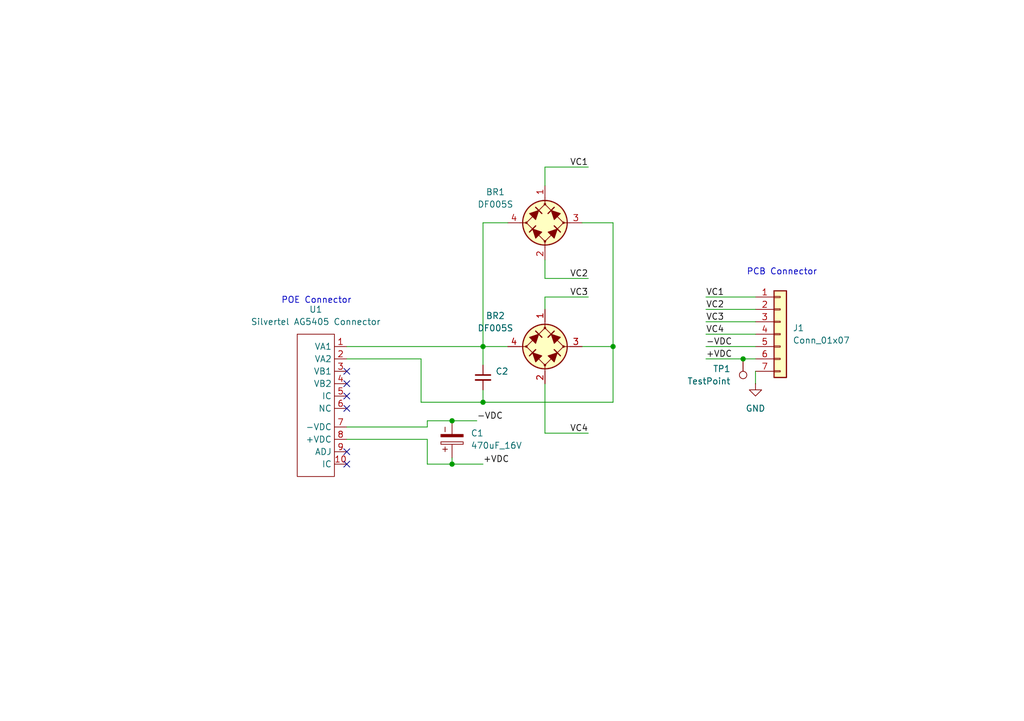
<source format=kicad_sch>
(kicad_sch (version 20231120) (generator "eeschema") (generator_version "8.0")
  (paper "A5")
  (lib_symbols
    (symbol "Connector:TestPoint" (pin_numbers hide) (pin_names (offset 0.762) hide)
      (property "Reference" "TP" (at 0 6.858 0))
      (property "Value" "TestPoint" (at 0 5.08 0))
      (symbol "TestPoint_0_1"
        (circle (center 0 3.302) (radius 0.762))
      )
      (symbol "TestPoint_1_1"
        (pin passive line (at 0 0 90) (length 2.54) (name "1") (number "1"))
      )
    )
    (symbol "Connector_Generic:Conn_01x07" (pin_names (offset 1.016) hide)
      (property "Reference" "J" (at 0 10.16 0))
      (property "Value" "Conn_01x07" (at 0 -10.16 0))
      (symbol "Conn_01x07_1_1"
        (rectangle (start -1.27 -7.493) (end 0 -7.747) (stroke (width 0.1524)))
        (rectangle (start -1.27 -4.953) (end 0 -5.207) (stroke (width 0.1524)))
        (rectangle (start -1.27 -2.413) (end 0 -2.667) (stroke (width 0.1524)))
        (rectangle (start -1.27 0.127) (end 0 -0.127) (stroke (width 0.1524)))
        (rectangle (start -1.27 2.667) (end 0 2.413) (stroke (width 0.1524)))
        (rectangle (start -1.27 5.207) (end 0 4.953) (stroke (width 0.1524)))
        (rectangle (start -1.27 7.747) (end 0 7.493) (stroke (width 0.1524)))
        (rectangle (start -1.27 8.89) (end 1.27 -8.89) (stroke (width 0.254)) (fill (type background)))
        (pin passive line (at -5.08 7.62 0) (length 3.81) (name "Pin_1") (number "1"))
        (pin passive line (at -5.08 5.08 0) (length 3.81) (name "Pin_2") (number "2"))
        (pin passive line (at -5.08 2.54 0) (length 3.81) (name "Pin_3") (number "3"))
        (pin passive line (at -5.08 0 0) (length 3.81) (name "Pin_4") (number "4"))
        (pin passive line (at -5.08 -2.54 0) (length 3.81) (name "Pin_5") (number "5"))
        (pin passive line (at -5.08 -5.08 0) (length 3.81) (name "Pin_6") (number "6"))
        (pin passive line (at -5.08 -7.62 0) (length 3.81) (name "Pin_7") (number "7"))
      )
    )
    (symbol "PCM_4ms_Capacitor:10nF_0603_25V" (pin_numbers hide) (pin_names (offset 0.254) hide)
      (property "Reference" "C" (at 1.905 1.27 0))
      (property "Display" "10nF" (at 1.905 -1.27 0))
      (symbol "10nF_0603_25V_0_1"
        (polyline (pts (xy -1.524 -0.508) (xy 1.524 -0.508)) (stroke (width 0.3302)))
        (polyline (pts (xy -1.524 0.508) (xy 1.524 0.508)) (stroke (width 0.3048)))
      )
      (symbol "10nF_0603_25V_1_1"
        (pin passive line (at 0 2.54 270) (length 2.032) (name "~") (number "1"))
        (pin passive line (at 0 -2.54 90) (length 2.032) (name "~") (number "2"))
      )
    )
    (symbol "PCM_Diode_Bridge_AKL:DF005S" (pin_names (offset 1.016) hide)
      (property "Reference" "D" (at 5.08 7.62 0))
      (property "Value" "DF005S" (at 5.08 5.08 0))
      (symbol "DF005S_0_1"
        (circle (center -3.81 0) (radius 0.1778) (fill (type outline)))
        (polyline (pts (xy -5.08 0) (xy -3.81 0)))
        (polyline (pts (xy -1.905 -0.635) (xy -3.175 -1.905)) (stroke (width 0.254)))
        (polyline (pts (xy -1.905 3.175) (xy -0.635 1.905)) (stroke (width 0.254)))
        (polyline (pts (xy 0 -5.08) (xy 0 -3.81)))
        (polyline (pts (xy 0 5.08) (xy 0 3.81)))
        (polyline (pts (xy 1.905 3.175) (xy 0.635 1.905)) (stroke (width 0.254)))
        (polyline (pts (xy 3.175 -1.905) (xy 1.905 -0.635)) (stroke (width 0.254)))
        (polyline (pts (xy 5.08 0) (xy 3.81 0)))
        (polyline (pts (xy -2.54 -1.27) (xy -1.905 -3.175) (xy -0.635 -1.905) (xy -2.54 -1.27)) (fill (type outline)))
        (polyline (pts (xy -1.27 2.54) (xy -1.905 0.635) (xy -3.175 1.905) (xy -1.27 2.54)) (fill (type outline)))
        (polyline (pts (xy 1.27 2.54) (xy 3.175 1.905) (xy 1.905 0.635) (xy 1.27 2.54)) (fill (type outline)))
        (polyline (pts (xy 2.54 -1.27) (xy 0.635 -1.905) (xy 1.905 -3.175) (xy 2.54 -1.27)) (fill (type outline)))
        (polyline (pts (xy 0 3.81) (xy -3.81 0) (xy 0 -3.81) (xy 3.81 0) (xy 0 3.81)))
        (circle (center 0 0) (radius 4.572) (stroke (width 0.254)) (fill (type background)))
      )
      (symbol "DF005S_1_1"
        (circle (center 0 -3.81) (radius 0.1778) (fill (type outline)))
        (circle (center 0 3.81) (radius 0.1778) (fill (type outline)))
        (circle (center 3.81 0) (radius 0.1778) (fill (type outline)))
        (pin passive line (at 0 7.62 270) (length 2.54) (name "+") (number "1"))
        (pin passive line (at 0 -7.62 90) (length 2.54) (name "-") (number "2"))
        (pin passive line (at -7.62 0 0) (length 2.54) (name "1") (number "3"))
        (pin passive line (at 7.62 0 180) (length 2.54) (name "2") (number "4"))
      )
    )
    (symbol "PCM_SL_Capacitors:470uF_16V"
      (property "Reference" "C" (at 0 7.62 0))
      (property "Value" "470uF_16V" (at 0 5.08 0))
      (symbol "470uF_16V_0_0"
        (text "+" (at -2.032 1.524 0) (effects (font (size 1.27 1.27))))
        (text "-" (at 2.032 1.524 0) (effects (font (size 1.27 1.27))))
      )
      (symbol "470uF_16V_0_1"
        (rectangle (start -1.016 -2.286) (end -0.508 2.286))
        (rectangle (start 0.508 -2.286) (end 1.016 2.286) (fill (type outline)))
      )
      (symbol "470uF_16V_1_1"
        (pin passive line (at -3.81 0 0) (length 2.7) (name "~") (number "1"))
        (pin input line (at 3.81 0 180) (length 2.7) (name "~") (number "2"))
      )
    )
    (symbol "POE:AG5405"
      (property "Reference" "U" (at 0 0 0))
      (property "Value" "Silvertel AG5405 Connector" (at 0 0 0))
      (symbol "AG5405_0_1"
        (rectangle (start -3.81 30.48) (end 3.81 1.27))
      )
      (symbol "AG5405_1_0"
        (pin input line (at 6.35 27.94 180) (length 2.54) (name "VA1") (number "1"))
        (pin input line (at 6.35 3.81 180) (length 2.54) (name "IC") (number "10"))
        (pin input line (at 6.35 25.4 180) (length 2.54) (name "VA2") (number "2"))
        (pin input line (at 6.35 22.86 180) (length 2.54) (name "VB1") (number "3"))
        (pin input line (at 6.35 20.32 180) (length 2.54) (name "VB2") (number "4"))
        (pin input line (at 6.35 17.78 180) (length 2.54) (name "IC") (number "5"))
        (pin input line (at 6.35 15.24 180) (length 2.54) (name "NC") (number "6"))
        (pin input line (at 6.35 11.43 180) (length 2.54) (name "-VDC") (number "7"))
        (pin input line (at 6.35 8.89 180) (length 2.54) (name "+VDC") (number "8"))
        (pin input line (at 6.35 6.35 180) (length 2.54) (name "ADJ") (number "9"))
      )
    )
    (symbol "power:GND" (power) (pin_numbers hide) (pin_names (offset 0) hide)
      (property "Value" "GND" (at 0 -3.81 0))
      (symbol "GND_0_1"
        (polyline (pts (xy 0 0) (xy 0 -1.27) (xy 1.27 -1.27) (xy 0 -2.54) (xy -1.27 -1.27) (xy 0 -1.27)))
      )
      (symbol "GND_1_1"
        (pin power_in line (at 0 0 270) (length 0) (name "~") (number "1"))
      )
    )
  )
  (junction (at 152.4 73.66))
  (junction (at 92.71 86.36))
  (junction (at 99.06 71.12))
  (junction (at 99.06 82.55))
  (junction (at 125.73 71.12))
  (junction (at 92.71 95.25))
  (no_connect (at 71.12 95.25))
  (no_connect (at 71.12 81.28))
  (no_connect (at 71.12 92.71))
  (no_connect (at 71.12 76.2))
  (no_connect (at 71.12 83.82))
  (no_connect (at 71.12 78.74))
  (wire (pts (xy 99.06 95.25) (xy 92.71 95.25)))
  (wire (pts (xy 125.73 71.12) (xy 125.73 82.55)))
  (wire (pts (xy 87.63 87.63) (xy 71.12 87.63)))
  (wire (pts (xy 111.76 53.34) (xy 111.76 57.15)))
  (wire (pts (xy 120.65 34.29) (xy 111.76 34.29)))
  (wire (pts (xy 87.63 87.63) (xy 87.63 86.36)))
  (wire (pts (xy 144.78 71.12) (xy 154.94 71.12)))
  (wire (pts (xy 99.06 80.01) (xy 99.06 82.55)))
  (wire (pts (xy 144.78 66.04) (xy 154.94 66.04)))
  (wire (pts (xy 99.06 71.12) (xy 104.14 71.12)))
  (wire (pts (xy 92.71 95.25) (xy 92.71 93.98)))
  (wire (pts (xy 152.4 73.66) (xy 154.94 73.66)))
  (wire (pts (xy 87.63 95.25) (xy 87.63 90.17)))
  (wire (pts (xy 87.63 86.36) (xy 92.71 86.36)))
  (wire (pts (xy 111.76 34.29) (xy 111.76 38.1)))
  (wire (pts (xy 144.78 60.96) (xy 154.94 60.96)))
  (wire (pts (xy 154.94 76.2) (xy 154.94 78.74)))
  (wire (pts (xy 71.12 71.12) (xy 99.06 71.12)))
  (wire (pts (xy 86.36 73.66) (xy 86.36 82.55)))
  (wire (pts (xy 144.78 63.5) (xy 154.94 63.5)))
  (wire (pts (xy 99.06 45.72) (xy 99.06 71.12)))
  (wire (pts (xy 120.65 60.96) (xy 111.76 60.96)))
  (wire (pts (xy 111.76 60.96) (xy 111.76 63.5)))
  (wire (pts (xy 92.71 95.25) (xy 87.63 95.25)))
  (wire (pts (xy 144.78 73.66) (xy 152.4 73.66)))
  (wire (pts (xy 125.73 71.12) (xy 119.38 71.12)))
  (wire (pts (xy 119.38 45.72) (xy 125.73 45.72)))
  (wire (pts (xy 144.78 68.58) (xy 154.94 68.58)))
  (wire (pts (xy 99.06 82.55) (xy 86.36 82.55)))
  (wire (pts (xy 87.63 90.17) (xy 71.12 90.17)))
  (wire (pts (xy 104.14 45.72) (xy 99.06 45.72)))
  (wire (pts (xy 99.06 82.55) (xy 125.73 82.55)))
  (wire (pts (xy 111.76 78.74) (xy 111.76 88.9)))
  (wire (pts (xy 125.73 45.72) (xy 125.73 71.12)))
  (wire (pts (xy 71.12 73.66) (xy 86.36 73.66)))
  (wire (pts (xy 92.71 86.36) (xy 97.79 86.36)))
  (wire (pts (xy 120.65 57.15) (xy 111.76 57.15)))
  (wire (pts (xy 99.06 71.12) (xy 99.06 74.93)))
  (wire (pts (xy 120.65 88.9) (xy 111.76 88.9)))
  (text "POE Connector" (at 72.136 62.484 0) (effects (font (size 1.27 1.27)) (justify right bottom)))
  (text "PCB Connector" (at 167.64 56.642 0) (effects (font (size 1.27 1.27)) (justify right bottom)))
  (label "+VDC" (at 99.06 95.25 0))
  (label "VC3" (at 120.65 60.96 180))
  (label "VC4" (at 120.65 88.9 180))
  (label "VC2" (at 144.78 63.5 0))
  (label "VC4" (at 144.78 68.58 0))
  (label "VC1" (at 120.65 34.29 180))
  (label "VC3" (at 144.78 66.04 0))
  (label "-VDC" (at 144.78 71.12 0))
  (label "VC2" (at 120.65 57.15 180))
  (label "+VDC" (at 144.78 73.66 0))
  (label "-VDC" (at 97.79 86.36 0))
  (label "VC1" (at 144.78 60.96 0))
  (symbol (lib_id "PCM_4ms_Capacitor:10nF_0603_25V") (at 99.06 77.47 0) (unit 1)
    (property "Reference" "C2" (at 101.6 76.2062 0) (effects (justify left)))
    (property "Value" "10nF" (effects (hide yes)))
    (property "Footprint" "Capacitor_SMD:C_0402_1005Metric" (effects (hide yes)))
    (property "Part Number" "10 nf Capacitor 0402" (effects (hide yes)))
  )
  (symbol (lib_id "POE:AG5405") (at 64.77 99.06 0) (unit 1)
    (property "Reference" "U1" (at 64.77 63.5 0))
    (property "Value" "Silvertel AG5405 Connector" (at 64.77 66.04 0))
    (property "Footprint" "POE:AG5405" (effects (hide yes)))
  )
  (symbol (lib_id "PCM_Diode_Bridge_AKL:DF005S") (at 111.76 45.72 0) (mirror y) (unit 1)
    (property "Reference" "BR1" (at 101.6 39.4014 0))
    (property "Value" "DF005S" (at 101.6 41.9414 0))
    (property "Footprint" "PCM_Diode_SMD_AKL:Diode_Bridge_Vishay_DFS" (effects (hide yes)))
    (property "Datasheet" "https://www.tme.eu/Document/f90f3821f7ce36362a32b36f93da67ba/DF005_10S.pdf" (effects (hide yes)))
    (property "Description" "1A, 50V, SMD Diode bridge, Alternate KiCAD Library" (effects (hide yes)))
  )
  (symbol (lib_id "PCM_SL_Capacitors:470uF_16V") (at 92.71 90.17 90) (unit 1)
    (property "Reference" "C1" (at 96.52 88.8999 90) (effects (justify right)))
    (property "Value" "470uF_16V" (at 96.52 91.4399 90) (effects (justify right)))
    (property "Footprint" "Capacitor_THT:CP_Radial_D8.0mm_P3.50mm" (effects (hide yes)))
    (property "Description" "470uF, 16V Electrolytic Capacitor" (effects (hide yes)))
  )
  (symbol (lib_id "Connector_Generic:Conn_01x07") (at 160.02 68.58 0) (unit 1)
    (property "Reference" "J1" (at 162.56 67.3099 0) (effects (justify left)))
    (property "Value" "Conn_01x07" (at 162.56 69.8499 0) (effects (justify left)))
    (property "Footprint" "Connector_PinHeader_2.54mm:PinHeader_1x07_P2.54mm_Vertical" (effects (hide yes)))
    (property "Description" "Generic connector, single row, 01x07, script generated (kicad-library-utils/schlib/autogen/connector/)" (effects (hide yes)))
  )
  (symbol (lib_id "Connector:TestPoint") (at 152.4 73.66 0) (mirror x) (unit 1)
    (property "Reference" "TP1" (at 149.86 75.6919 0) (effects (justify right)))
    (property "Value" "TestPoint" (at 149.86 78.2319 0) (effects (justify right)))
    (property "Footprint" "TestPoint:TestPoint_Pad_2.0x2.0mm" (effects (hide yes)))
    (property "Description" "test point" (effects (hide yes)))
  )
  (symbol (lib_id "power:GND") (at 154.94 78.74 0) (unit 1)
    (property "Reference" "#PWR01" (effects (hide yes)))
    (property "Value" "GND" (at 154.94 83.82 0))
    (property "Description" "Power symbol creates a global label with name \"GND\" , ground" (effects (hide yes)))
  )
  (symbol (lib_id "PCM_Diode_Bridge_AKL:DF005S") (at 111.76 71.12 0) (mirror y) (unit 1)
    (property "Reference" "BR2" (at 101.6 64.8014 0))
    (property "Value" "DF005S" (at 101.6 67.3414 0))
    (property "Footprint" "PCM_Diode_SMD_AKL:Diode_Bridge_Vishay_DFS" (effects (hide yes)))
    (property "Datasheet" "https://www.tme.eu/Document/f90f3821f7ce36362a32b36f93da67ba/DF005_10S.pdf" (effects (hide yes)))
    (property "Description" "1A, 50V, SMD Diode bridge, Alternate KiCAD Library" (effects (hide yes)))
  )
)
</source>
